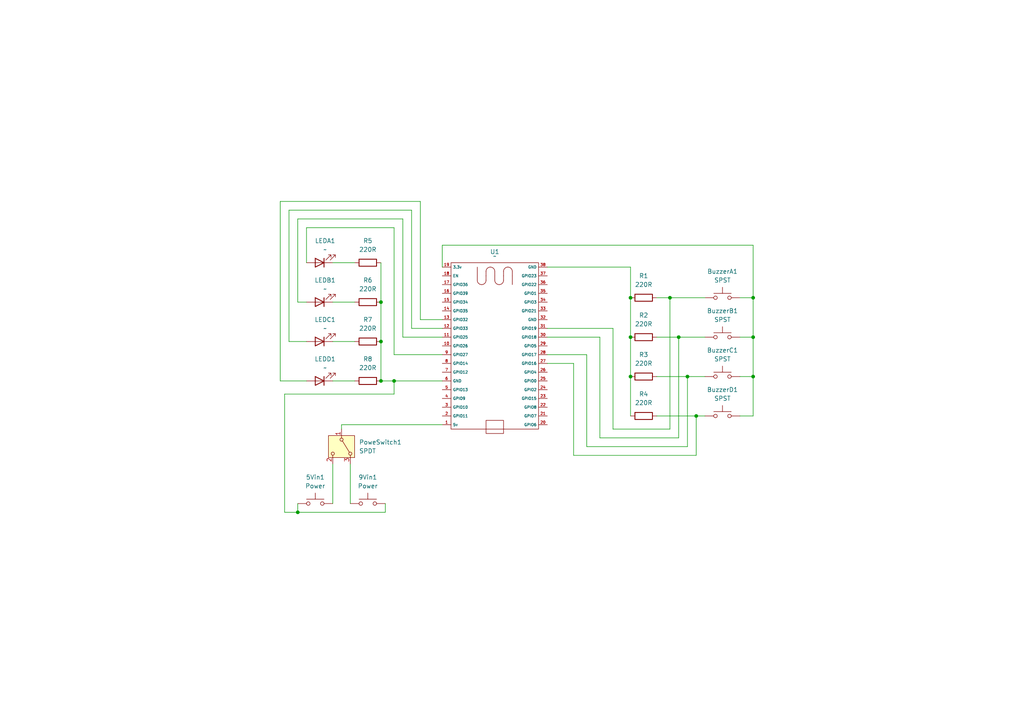
<source format=kicad_sch>
(kicad_sch
	(version 20250114)
	(generator "eeschema")
	(generator_version "9.0")
	(uuid "391ad297-6e82-449e-bdda-fa06d933fec8")
	(paper "A4")
	(lib_symbols
		(symbol "Device:LED"
			(pin_numbers
				(hide yes)
			)
			(pin_names
				(offset 1.016)
				(hide yes)
			)
			(exclude_from_sim no)
			(in_bom yes)
			(on_board yes)
			(property "Reference" "D"
				(at 0 2.54 0)
				(effects
					(font
						(size 1.27 1.27)
					)
				)
			)
			(property "Value" "LED"
				(at 0 -2.54 0)
				(effects
					(font
						(size 1.27 1.27)
					)
				)
			)
			(property "Footprint" ""
				(at 0 0 0)
				(effects
					(font
						(size 1.27 1.27)
					)
					(hide yes)
				)
			)
			(property "Datasheet" "~"
				(at 0 0 0)
				(effects
					(font
						(size 1.27 1.27)
					)
					(hide yes)
				)
			)
			(property "Description" "Light emitting diode"
				(at 0 0 0)
				(effects
					(font
						(size 1.27 1.27)
					)
					(hide yes)
				)
			)
			(property "Sim.Pins" "1=K 2=A"
				(at 0 0 0)
				(effects
					(font
						(size 1.27 1.27)
					)
					(hide yes)
				)
			)
			(property "ki_keywords" "LED diode"
				(at 0 0 0)
				(effects
					(font
						(size 1.27 1.27)
					)
					(hide yes)
				)
			)
			(property "ki_fp_filters" "LED* LED_SMD:* LED_THT:*"
				(at 0 0 0)
				(effects
					(font
						(size 1.27 1.27)
					)
					(hide yes)
				)
			)
			(symbol "LED_0_1"
				(polyline
					(pts
						(xy -3.048 -0.762) (xy -4.572 -2.286) (xy -3.81 -2.286) (xy -4.572 -2.286) (xy -4.572 -1.524)
					)
					(stroke
						(width 0)
						(type default)
					)
					(fill
						(type none)
					)
				)
				(polyline
					(pts
						(xy -1.778 -0.762) (xy -3.302 -2.286) (xy -2.54 -2.286) (xy -3.302 -2.286) (xy -3.302 -1.524)
					)
					(stroke
						(width 0)
						(type default)
					)
					(fill
						(type none)
					)
				)
				(polyline
					(pts
						(xy -1.27 0) (xy 1.27 0)
					)
					(stroke
						(width 0)
						(type default)
					)
					(fill
						(type none)
					)
				)
				(polyline
					(pts
						(xy -1.27 -1.27) (xy -1.27 1.27)
					)
					(stroke
						(width 0.254)
						(type default)
					)
					(fill
						(type none)
					)
				)
				(polyline
					(pts
						(xy 1.27 -1.27) (xy 1.27 1.27) (xy -1.27 0) (xy 1.27 -1.27)
					)
					(stroke
						(width 0.254)
						(type default)
					)
					(fill
						(type none)
					)
				)
			)
			(symbol "LED_1_1"
				(pin passive line
					(at -3.81 0 0)
					(length 2.54)
					(name "K"
						(effects
							(font
								(size 1.27 1.27)
							)
						)
					)
					(number "1"
						(effects
							(font
								(size 1.27 1.27)
							)
						)
					)
				)
				(pin passive line
					(at 3.81 0 180)
					(length 2.54)
					(name "A"
						(effects
							(font
								(size 1.27 1.27)
							)
						)
					)
					(number "2"
						(effects
							(font
								(size 1.27 1.27)
							)
						)
					)
				)
			)
			(embedded_fonts no)
		)
		(symbol "Device:R"
			(pin_numbers
				(hide yes)
			)
			(pin_names
				(offset 0)
			)
			(exclude_from_sim no)
			(in_bom yes)
			(on_board yes)
			(property "Reference" "R"
				(at 2.032 0 90)
				(effects
					(font
						(size 1.27 1.27)
					)
				)
			)
			(property "Value" "R"
				(at 0 0 90)
				(effects
					(font
						(size 1.27 1.27)
					)
				)
			)
			(property "Footprint" ""
				(at -1.778 0 90)
				(effects
					(font
						(size 1.27 1.27)
					)
					(hide yes)
				)
			)
			(property "Datasheet" "~"
				(at 0 0 0)
				(effects
					(font
						(size 1.27 1.27)
					)
					(hide yes)
				)
			)
			(property "Description" "Resistor"
				(at 0 0 0)
				(effects
					(font
						(size 1.27 1.27)
					)
					(hide yes)
				)
			)
			(property "ki_keywords" "R res resistor"
				(at 0 0 0)
				(effects
					(font
						(size 1.27 1.27)
					)
					(hide yes)
				)
			)
			(property "ki_fp_filters" "R_*"
				(at 0 0 0)
				(effects
					(font
						(size 1.27 1.27)
					)
					(hide yes)
				)
			)
			(symbol "R_0_1"
				(rectangle
					(start -1.016 -2.54)
					(end 1.016 2.54)
					(stroke
						(width 0.254)
						(type default)
					)
					(fill
						(type none)
					)
				)
			)
			(symbol "R_1_1"
				(pin passive line
					(at 0 3.81 270)
					(length 1.27)
					(name "~"
						(effects
							(font
								(size 1.27 1.27)
							)
						)
					)
					(number "1"
						(effects
							(font
								(size 1.27 1.27)
							)
						)
					)
				)
				(pin passive line
					(at 0 -3.81 90)
					(length 1.27)
					(name "~"
						(effects
							(font
								(size 1.27 1.27)
							)
						)
					)
					(number "2"
						(effects
							(font
								(size 1.27 1.27)
							)
						)
					)
				)
			)
			(embedded_fonts no)
		)
		(symbol "ESP32:ESP32_38Pin"
			(exclude_from_sim no)
			(in_bom yes)
			(on_board yes)
			(property "Reference" "U"
				(at 0.635 0.635 90)
				(effects
					(font
						(size 1.27 1.27)
					)
				)
			)
			(property "Value" ""
				(at 0 0 0)
				(effects
					(font
						(size 1.27 1.27)
					)
				)
			)
			(property "Footprint" "ESP32_38pin"
				(at -1.905 0.635 90)
				(effects
					(font
						(size 1.27 1.27)
					)
					(hide yes)
				)
			)
			(property "Datasheet" ""
				(at 0 0 0)
				(effects
					(font
						(size 1.27 1.27)
					)
					(hide yes)
				)
			)
			(property "Description" ""
				(at 0 0 0)
				(effects
					(font
						(size 1.27 1.27)
					)
					(hide yes)
				)
			)
			(symbol "ESP32_38Pin_0_1"
				(polyline
					(pts
						(xy -4.4475 19.6825) (xy -4.4475 20.9525)
					)
					(stroke
						(width 0)
						(type default)
					)
					(fill
						(type none)
					)
				)
				(polyline
					(pts
						(xy -4.445 20.955) (xy -4.445 23.495)
					)
					(stroke
						(width 0)
						(type default)
					)
					(fill
						(type none)
					)
				)
				(arc
					(start -1.9 19.675)
					(mid -2.2742 18.7792)
					(end -3.17 18.405)
					(stroke
						(width 0)
						(type default)
					)
					(fill
						(type none)
					)
				)
				(arc
					(start -3.1775 18.4125)
					(mid -4.0748 18.7852)
					(end -4.4475 19.6825)
					(stroke
						(width 0)
						(type default)
					)
					(fill
						(type none)
					)
				)
				(polyline
					(pts
						(xy -1.9075 19.6825) (xy -1.9075 20.9525)
					)
					(stroke
						(width 0)
						(type default)
					)
					(fill
						(type none)
					)
				)
				(polyline
					(pts
						(xy -1.905 22.225) (xy -1.905 20.955)
					)
					(stroke
						(width 0)
						(type default)
					)
					(fill
						(type none)
					)
				)
				(arc
					(start -0.635 23.495)
					(mid 0.2623 23.1223)
					(end 0.635 22.225)
					(stroke
						(width 0)
						(type default)
					)
					(fill
						(type none)
					)
				)
				(arc
					(start -1.9125 22.2325)
					(mid -1.5383 23.1283)
					(end -0.6425 23.5025)
					(stroke
						(width 0)
						(type default)
					)
					(fill
						(type none)
					)
				)
				(polyline
					(pts
						(xy 0.6325 19.6825) (xy 0.6325 20.9525)
					)
					(stroke
						(width 0)
						(type default)
					)
					(fill
						(type none)
					)
				)
				(polyline
					(pts
						(xy 0.635 22.225) (xy 0.635 20.955)
					)
					(stroke
						(width 0)
						(type default)
					)
					(fill
						(type none)
					)
				)
				(arc
					(start 3.18 19.675)
					(mid 2.8058 18.7792)
					(end 1.91 18.405)
					(stroke
						(width 0)
						(type default)
					)
					(fill
						(type none)
					)
				)
				(arc
					(start 1.9025 18.4125)
					(mid 1.0052 18.7852)
					(end 0.6325 19.6825)
					(stroke
						(width 0)
						(type default)
					)
					(fill
						(type none)
					)
				)
				(polyline
					(pts
						(xy 3.1725 19.6825) (xy 3.1725 20.9525)
					)
					(stroke
						(width 0)
						(type default)
					)
					(fill
						(type none)
					)
				)
				(polyline
					(pts
						(xy 3.175 22.225) (xy 3.175 20.955)
					)
					(stroke
						(width 0)
						(type default)
					)
					(fill
						(type none)
					)
				)
				(rectangle
					(start 3.175 -20.955)
					(end -1.905 -24.765)
					(stroke
						(width 0)
						(type default)
					)
					(fill
						(type none)
					)
				)
				(arc
					(start 4.445 23.495)
					(mid 5.3423 23.1223)
					(end 5.715 22.225)
					(stroke
						(width 0)
						(type default)
					)
					(fill
						(type none)
					)
				)
				(arc
					(start 3.1675 22.2325)
					(mid 3.5417 23.1283)
					(end 4.4375 23.5025)
					(stroke
						(width 0)
						(type default)
					)
					(fill
						(type none)
					)
				)
				(polyline
					(pts
						(xy 5.715 22.225) (xy 5.715 20.955)
					)
					(stroke
						(width 0)
						(type default)
					)
					(fill
						(type none)
					)
				)
				(polyline
					(pts
						(xy 5.715 20.955) (xy 5.715 18.415)
					)
					(stroke
						(width 0)
						(type default)
					)
					(fill
						(type none)
					)
				)
				(rectangle
					(start 13.335 24.765)
					(end -12.065 -23.495)
					(stroke
						(width 0)
						(type default)
					)
					(fill
						(type none)
					)
				)
			)
			(symbol "ESP32_38Pin_1_1"
				(pin output line
					(at -14.605 23.495 0)
					(length 2.54)
					(name "3.3v"
						(effects
							(font
								(size 0.7874 0.7874)
							)
						)
					)
					(number "19"
						(effects
							(font
								(size 0.7874 0.7874)
							)
						)
					)
				)
				(pin bidirectional line
					(at -14.605 20.955 0)
					(length 2.54)
					(name "EN"
						(effects
							(font
								(size 0.7874 0.7874)
							)
						)
					)
					(number "18"
						(effects
							(font
								(size 0.7874 0.7874)
							)
						)
					)
				)
				(pin bidirectional line
					(at -14.605 18.415 0)
					(length 2.54)
					(name "GPIO36"
						(effects
							(font
								(size 0.7874 0.7874)
							)
						)
					)
					(number "17"
						(effects
							(font
								(size 0.7874 0.7874)
							)
						)
					)
				)
				(pin bidirectional line
					(at -14.605 15.875 0)
					(length 2.54)
					(name "GPIO39"
						(effects
							(font
								(size 0.7874 0.7874)
							)
						)
					)
					(number "16"
						(effects
							(font
								(size 0.7874 0.7874)
							)
						)
					)
				)
				(pin bidirectional line
					(at -14.605 13.335 0)
					(length 2.54)
					(name "GPIO34"
						(effects
							(font
								(size 0.7874 0.7874)
							)
						)
					)
					(number "15"
						(effects
							(font
								(size 0.7874 0.7874)
							)
						)
					)
				)
				(pin bidirectional line
					(at -14.605 10.795 0)
					(length 2.54)
					(name "GPIO35"
						(effects
							(font
								(size 0.7874 0.7874)
							)
						)
					)
					(number "14"
						(effects
							(font
								(size 0.7874 0.7874)
							)
						)
					)
				)
				(pin bidirectional line
					(at -14.605 8.255 0)
					(length 2.54)
					(name "GPIO32"
						(effects
							(font
								(size 0.7874 0.7874)
							)
						)
					)
					(number "13"
						(effects
							(font
								(size 0.7874 0.7874)
							)
						)
					)
				)
				(pin bidirectional line
					(at -14.605 5.715 0)
					(length 2.54)
					(name "GPIO33"
						(effects
							(font
								(size 0.7874 0.7874)
							)
						)
					)
					(number "12"
						(effects
							(font
								(size 0.7874 0.7874)
							)
						)
					)
				)
				(pin bidirectional line
					(at -14.605 3.175 0)
					(length 2.54)
					(name "GPIO25"
						(effects
							(font
								(size 0.7874 0.7874)
							)
						)
					)
					(number "11"
						(effects
							(font
								(size 0.7874 0.7874)
							)
						)
					)
				)
				(pin bidirectional line
					(at -14.605 0.635 0)
					(length 2.54)
					(name "GPIO26"
						(effects
							(font
								(size 0.7874 0.7874)
							)
						)
					)
					(number "10"
						(effects
							(font
								(size 0.7874 0.7874)
							)
						)
					)
				)
				(pin bidirectional line
					(at -14.605 -1.905 0)
					(length 2.54)
					(name "GPIO27"
						(effects
							(font
								(size 0.7874 0.7874)
							)
						)
					)
					(number "9"
						(effects
							(font
								(size 0.7874 0.7874)
							)
						)
					)
				)
				(pin bidirectional line
					(at -14.605 -4.445 0)
					(length 2.54)
					(name "GPIO14"
						(effects
							(font
								(size 0.7874 0.7874)
							)
						)
					)
					(number "8"
						(effects
							(font
								(size 0.7874 0.7874)
							)
						)
					)
				)
				(pin bidirectional line
					(at -14.605 -6.985 0)
					(length 2.54)
					(name "GPIO12"
						(effects
							(font
								(size 0.7874 0.7874)
							)
						)
					)
					(number "7"
						(effects
							(font
								(size 0.7874 0.7874)
							)
						)
					)
				)
				(pin power_in line
					(at -14.605 -9.525 0)
					(length 2.54)
					(name "GND"
						(effects
							(font
								(size 0.7874 0.7874)
							)
						)
					)
					(number "6"
						(effects
							(font
								(size 0.7874 0.7874)
							)
						)
					)
				)
				(pin bidirectional line
					(at -14.605 -12.065 0)
					(length 2.54)
					(name "GPIO13"
						(effects
							(font
								(size 0.7874 0.7874)
							)
						)
					)
					(number "5"
						(effects
							(font
								(size 0.7874 0.7874)
							)
						)
					)
				)
				(pin bidirectional line
					(at -14.605 -14.605 0)
					(length 2.54)
					(name "GPIO9"
						(effects
							(font
								(size 0.7874 0.7874)
							)
						)
					)
					(number "4"
						(effects
							(font
								(size 0.7874 0.7874)
							)
						)
					)
				)
				(pin bidirectional line
					(at -14.605 -17.145 0)
					(length 2.54)
					(name "GPIO10"
						(effects
							(font
								(size 0.7874 0.7874)
							)
						)
					)
					(number "3"
						(effects
							(font
								(size 0.7874 0.7874)
							)
						)
					)
				)
				(pin bidirectional line
					(at -14.605 -19.685 0)
					(length 2.54)
					(name "GPIO11"
						(effects
							(font
								(size 0.7874 0.7874)
							)
						)
					)
					(number "2"
						(effects
							(font
								(size 0.7874 0.7874)
							)
						)
					)
				)
				(pin power_out line
					(at -14.605 -22.225 0)
					(length 2.54)
					(name "5v"
						(effects
							(font
								(size 0.7874 0.7874)
							)
						)
					)
					(number "1"
						(effects
							(font
								(size 0.7874 0.7874)
							)
						)
					)
				)
				(pin power_in line
					(at 15.875 23.495 180)
					(length 2.54)
					(name "GND"
						(effects
							(font
								(size 0.7874 0.7874)
							)
						)
					)
					(number "38"
						(effects
							(font
								(size 0.7874 0.7874)
							)
						)
					)
				)
				(pin bidirectional line
					(at 15.875 20.955 180)
					(length 2.54)
					(name "GPIO23"
						(effects
							(font
								(size 0.7874 0.7874)
							)
						)
					)
					(number "37"
						(effects
							(font
								(size 0.7874 0.7874)
							)
						)
					)
				)
				(pin bidirectional line
					(at 15.875 18.415 180)
					(length 2.54)
					(name "GPIO22"
						(effects
							(font
								(size 0.7874 0.7874)
							)
						)
					)
					(number "36"
						(effects
							(font
								(size 0.7874 0.7874)
							)
						)
					)
				)
				(pin bidirectional line
					(at 15.875 15.875 180)
					(length 2.54)
					(name "GPIO1"
						(effects
							(font
								(size 0.7874 0.7874)
							)
						)
					)
					(number "35"
						(effects
							(font
								(size 0.7874 0.7874)
							)
						)
					)
				)
				(pin bidirectional line
					(at 15.875 13.335 180)
					(length 2.54)
					(name "GPIO3"
						(effects
							(font
								(size 0.7874 0.7874)
							)
						)
					)
					(number "34"
						(effects
							(font
								(size 0.7874 0.7874)
							)
						)
					)
				)
				(pin bidirectional line
					(at 15.875 10.795 180)
					(length 2.54)
					(name "GPIO21"
						(effects
							(font
								(size 0.7874 0.7874)
							)
						)
					)
					(number "33"
						(effects
							(font
								(size 0.7874 0.7874)
							)
						)
					)
				)
				(pin power_in line
					(at 15.875 8.255 180)
					(length 2.54)
					(name "GND"
						(effects
							(font
								(size 0.7874 0.7874)
							)
						)
					)
					(number "32"
						(effects
							(font
								(size 0.7874 0.7874)
							)
						)
					)
				)
				(pin bidirectional line
					(at 15.875 5.715 180)
					(length 2.54)
					(name "GPIO19"
						(effects
							(font
								(size 0.7874 0.7874)
							)
						)
					)
					(number "31"
						(effects
							(font
								(size 0.7874 0.7874)
							)
						)
					)
				)
				(pin bidirectional line
					(at 15.875 3.175 180)
					(length 2.54)
					(name "GPIO18"
						(effects
							(font
								(size 0.7874 0.7874)
							)
						)
					)
					(number "30"
						(effects
							(font
								(size 0.7874 0.7874)
							)
						)
					)
				)
				(pin bidirectional line
					(at 15.875 0.635 180)
					(length 2.54)
					(name "GPIO5"
						(effects
							(font
								(size 0.7874 0.7874)
							)
						)
					)
					(number "29"
						(effects
							(font
								(size 0.7874 0.7874)
							)
						)
					)
				)
				(pin bidirectional line
					(at 15.875 -1.905 180)
					(length 2.54)
					(name "GPIO17"
						(effects
							(font
								(size 0.7874 0.7874)
							)
						)
					)
					(number "28"
						(effects
							(font
								(size 0.7874 0.7874)
							)
						)
					)
				)
				(pin bidirectional line
					(at 15.875 -4.445 180)
					(length 2.54)
					(name "GPIO16"
						(effects
							(font
								(size 0.7874 0.7874)
							)
						)
					)
					(number "27"
						(effects
							(font
								(size 0.7874 0.7874)
							)
						)
					)
				)
				(pin bidirectional line
					(at 15.875 -6.985 180)
					(length 2.54)
					(name "GPIO4"
						(effects
							(font
								(size 0.7874 0.7874)
							)
						)
					)
					(number "26"
						(effects
							(font
								(size 0.7874 0.7874)
							)
						)
					)
				)
				(pin bidirectional line
					(at 15.875 -9.525 180)
					(length 2.54)
					(name "GPIO0"
						(effects
							(font
								(size 0.7874 0.7874)
							)
						)
					)
					(number "25"
						(effects
							(font
								(size 0.7874 0.7874)
							)
						)
					)
				)
				(pin bidirectional line
					(at 15.875 -12.065 180)
					(length 2.54)
					(name "GPIO2"
						(effects
							(font
								(size 0.7874 0.7874)
							)
						)
					)
					(number "24"
						(effects
							(font
								(size 0.7874 0.7874)
							)
						)
					)
				)
				(pin bidirectional line
					(at 15.875 -14.605 180)
					(length 2.54)
					(name "GPIO15"
						(effects
							(font
								(size 0.7874 0.7874)
							)
						)
					)
					(number "23"
						(effects
							(font
								(size 0.7874 0.7874)
							)
						)
					)
				)
				(pin bidirectional line
					(at 15.875 -17.145 180)
					(length 2.54)
					(name "GPIO8"
						(effects
							(font
								(size 0.7874 0.7874)
							)
						)
					)
					(number "22"
						(effects
							(font
								(size 0.7874 0.7874)
							)
						)
					)
				)
				(pin bidirectional line
					(at 15.875 -19.685 180)
					(length 2.54)
					(name "GPIO7"
						(effects
							(font
								(size 0.7874 0.7874)
							)
						)
					)
					(number "21"
						(effects
							(font
								(size 0.7874 0.7874)
							)
						)
					)
				)
				(pin bidirectional line
					(at 15.875 -22.225 180)
					(length 2.54)
					(name "GPIO6"
						(effects
							(font
								(size 0.7874 0.7874)
							)
						)
					)
					(number "20"
						(effects
							(font
								(size 0.7874 0.7874)
							)
						)
					)
				)
			)
			(embedded_fonts no)
		)
		(symbol "Switch:SW_Push"
			(pin_numbers
				(hide yes)
			)
			(pin_names
				(offset 1.016)
				(hide yes)
			)
			(exclude_from_sim no)
			(in_bom yes)
			(on_board yes)
			(property "Reference" "SW"
				(at 1.27 2.54 0)
				(effects
					(font
						(size 1.27 1.27)
					)
					(justify left)
				)
			)
			(property "Value" "SW_Push"
				(at 0 -1.524 0)
				(effects
					(font
						(size 1.27 1.27)
					)
				)
			)
			(property "Footprint" ""
				(at 0 5.08 0)
				(effects
					(font
						(size 1.27 1.27)
					)
					(hide yes)
				)
			)
			(property "Datasheet" "~"
				(at 0 5.08 0)
				(effects
					(font
						(size 1.27 1.27)
					)
					(hide yes)
				)
			)
			(property "Description" "Push button switch, generic, two pins"
				(at 0 0 0)
				(effects
					(font
						(size 1.27 1.27)
					)
					(hide yes)
				)
			)
			(property "ki_keywords" "switch normally-open pushbutton push-button"
				(at 0 0 0)
				(effects
					(font
						(size 1.27 1.27)
					)
					(hide yes)
				)
			)
			(symbol "SW_Push_0_1"
				(circle
					(center -2.032 0)
					(radius 0.508)
					(stroke
						(width 0)
						(type default)
					)
					(fill
						(type none)
					)
				)
				(polyline
					(pts
						(xy 0 1.27) (xy 0 3.048)
					)
					(stroke
						(width 0)
						(type default)
					)
					(fill
						(type none)
					)
				)
				(circle
					(center 2.032 0)
					(radius 0.508)
					(stroke
						(width 0)
						(type default)
					)
					(fill
						(type none)
					)
				)
				(polyline
					(pts
						(xy 2.54 1.27) (xy -2.54 1.27)
					)
					(stroke
						(width 0)
						(type default)
					)
					(fill
						(type none)
					)
				)
				(pin passive line
					(at -5.08 0 0)
					(length 2.54)
					(name "1"
						(effects
							(font
								(size 1.27 1.27)
							)
						)
					)
					(number "1"
						(effects
							(font
								(size 1.27 1.27)
							)
						)
					)
				)
				(pin passive line
					(at 5.08 0 180)
					(length 2.54)
					(name "2"
						(effects
							(font
								(size 1.27 1.27)
							)
						)
					)
					(number "2"
						(effects
							(font
								(size 1.27 1.27)
							)
						)
					)
				)
			)
			(embedded_fonts no)
		)
		(symbol "Switch:SW_SPDT_312"
			(pin_names
				(offset 1)
				(hide yes)
			)
			(exclude_from_sim no)
			(in_bom yes)
			(on_board yes)
			(property "Reference" "SW"
				(at 0 5.08 0)
				(effects
					(font
						(size 1.27 1.27)
					)
				)
			)
			(property "Value" "SW_SPDT_312"
				(at 0 -5.08 0)
				(effects
					(font
						(size 1.27 1.27)
					)
				)
			)
			(property "Footprint" ""
				(at 0 -10.16 0)
				(effects
					(font
						(size 1.27 1.27)
					)
					(hide yes)
				)
			)
			(property "Datasheet" "~"
				(at 0 -7.62 0)
				(effects
					(font
						(size 1.27 1.27)
					)
					(hide yes)
				)
			)
			(property "Description" "Switch, single pole double throw"
				(at 0 0 0)
				(effects
					(font
						(size 1.27 1.27)
					)
					(hide yes)
				)
			)
			(property "ki_keywords" "changeover single-pole double-throw spdt ON-ON"
				(at 0 0 0)
				(effects
					(font
						(size 1.27 1.27)
					)
					(hide yes)
				)
			)
			(symbol "SW_SPDT_312_0_1"
				(circle
					(center -2.032 0)
					(radius 0.4572)
					(stroke
						(width 0)
						(type default)
					)
					(fill
						(type none)
					)
				)
				(polyline
					(pts
						(xy -1.651 0.254) (xy 1.651 2.286)
					)
					(stroke
						(width 0)
						(type default)
					)
					(fill
						(type none)
					)
				)
				(circle
					(center 2.032 2.54)
					(radius 0.4572)
					(stroke
						(width 0)
						(type default)
					)
					(fill
						(type none)
					)
				)
				(circle
					(center 2.032 -2.54)
					(radius 0.4572)
					(stroke
						(width 0)
						(type default)
					)
					(fill
						(type none)
					)
				)
			)
			(symbol "SW_SPDT_312_1_1"
				(rectangle
					(start -3.175 3.81)
					(end 3.175 -3.81)
					(stroke
						(width 0)
						(type default)
					)
					(fill
						(type background)
					)
				)
				(pin passive line
					(at -5.08 0 0)
					(length 2.54)
					(name "B"
						(effects
							(font
								(size 1.27 1.27)
							)
						)
					)
					(number "1"
						(effects
							(font
								(size 1.27 1.27)
							)
						)
					)
				)
				(pin passive line
					(at 5.08 2.54 180)
					(length 2.54)
					(name "A"
						(effects
							(font
								(size 1.27 1.27)
							)
						)
					)
					(number "3"
						(effects
							(font
								(size 1.27 1.27)
							)
						)
					)
				)
				(pin passive line
					(at 5.08 -2.54 180)
					(length 2.54)
					(name "C"
						(effects
							(font
								(size 1.27 1.27)
							)
						)
					)
					(number "2"
						(effects
							(font
								(size 1.27 1.27)
							)
						)
					)
				)
			)
			(embedded_fonts no)
		)
	)
	(junction
		(at 182.88 109.22)
		(diameter 0)
		(color 0 0 0 0)
		(uuid "02feccbe-be23-4c10-a7f2-238aadc5ed10")
	)
	(junction
		(at 110.49 87.63)
		(diameter 0)
		(color 0 0 0 0)
		(uuid "11727986-9e61-4ab5-9ec4-c20cbdae1ee9")
	)
	(junction
		(at 218.44 86.36)
		(diameter 0)
		(color 0 0 0 0)
		(uuid "1a276475-d57d-4b8b-899c-9a6bdeb7a563")
	)
	(junction
		(at 201.93 120.65)
		(diameter 0)
		(color 0 0 0 0)
		(uuid "303e5b89-dc3b-4e12-bac3-e3c65d8d8946")
	)
	(junction
		(at 199.39 109.22)
		(diameter 0)
		(color 0 0 0 0)
		(uuid "32625440-1197-4204-8840-f845df3a7e33")
	)
	(junction
		(at 218.44 97.79)
		(diameter 0)
		(color 0 0 0 0)
		(uuid "411e8d0e-079b-43d8-9fa9-47a767bcb0fa")
	)
	(junction
		(at 110.49 110.49)
		(diameter 0)
		(color 0 0 0 0)
		(uuid "53a6dd69-fb62-430a-aee6-8e9366f730ca")
	)
	(junction
		(at 86.36 148.59)
		(diameter 0)
		(color 0 0 0 0)
		(uuid "5bf3c758-81b9-4e5f-b59f-284d06bce013")
	)
	(junction
		(at 114.3 110.49)
		(diameter 0)
		(color 0 0 0 0)
		(uuid "7b5899fa-de62-42ef-b15c-0b9ad947a9dd")
	)
	(junction
		(at 194.31 86.36)
		(diameter 0)
		(color 0 0 0 0)
		(uuid "96c332db-6d5c-4f7d-8da9-69cb425d95e9")
	)
	(junction
		(at 218.44 109.22)
		(diameter 0)
		(color 0 0 0 0)
		(uuid "9e35f8f0-9941-4878-8648-fe0fce1b30e3")
	)
	(junction
		(at 182.88 97.79)
		(diameter 0)
		(color 0 0 0 0)
		(uuid "c12f6d8c-886c-4479-a8da-10f9cd06f2de")
	)
	(junction
		(at 110.49 99.06)
		(diameter 0)
		(color 0 0 0 0)
		(uuid "d4f6396e-bfd2-4823-9092-5014d44c5983")
	)
	(junction
		(at 196.85 97.79)
		(diameter 0)
		(color 0 0 0 0)
		(uuid "dc58cd0a-2776-4ac6-9390-fb9a5feb2ee0")
	)
	(junction
		(at 182.88 86.36)
		(diameter 0)
		(color 0 0 0 0)
		(uuid "e00c53da-3732-443b-a7d6-0a8bab38a127")
	)
	(wire
		(pts
			(xy 199.39 109.22) (xy 199.39 129.54)
		)
		(stroke
			(width 0)
			(type default)
		)
		(uuid "02427e41-1fa4-4477-b599-e74ebafaa13a")
	)
	(wire
		(pts
			(xy 119.38 95.25) (xy 119.38 60.96)
		)
		(stroke
			(width 0)
			(type default)
		)
		(uuid "0fc44b0e-d4dc-4315-ab6c-2ef059428f12")
	)
	(wire
		(pts
			(xy 177.8 124.46) (xy 177.8 95.25)
		)
		(stroke
			(width 0)
			(type default)
		)
		(uuid "17eef484-83a6-4d1d-8638-663570a4a9b3")
	)
	(wire
		(pts
			(xy 88.9 76.2) (xy 88.9 66.04)
		)
		(stroke
			(width 0)
			(type default)
		)
		(uuid "1b1d1fc2-54a6-4c1f-919b-169c0318daed")
	)
	(wire
		(pts
			(xy 111.76 146.05) (xy 111.76 148.59)
		)
		(stroke
			(width 0)
			(type default)
		)
		(uuid "1e5c2e41-2cbd-485c-9351-e2a8c52ce768")
	)
	(wire
		(pts
			(xy 182.88 77.47) (xy 182.88 86.36)
		)
		(stroke
			(width 0)
			(type default)
		)
		(uuid "1f9c47a7-5ed1-4127-acf2-8096c086cbb7")
	)
	(wire
		(pts
			(xy 128.27 97.79) (xy 116.84 97.79)
		)
		(stroke
			(width 0)
			(type default)
		)
		(uuid "25646e6d-f499-48b2-854c-9ac6f7383eb2")
	)
	(wire
		(pts
			(xy 82.55 114.3) (xy 114.3 114.3)
		)
		(stroke
			(width 0)
			(type default)
		)
		(uuid "2a4e164e-2b2f-4f98-8dfb-4d47593cc817")
	)
	(wire
		(pts
			(xy 166.37 105.41) (xy 158.75 105.41)
		)
		(stroke
			(width 0)
			(type default)
		)
		(uuid "2d3f29af-b45a-41a3-afa2-b14263ed5d47")
	)
	(wire
		(pts
			(xy 83.82 99.06) (xy 88.9 99.06)
		)
		(stroke
			(width 0)
			(type default)
		)
		(uuid "32393b67-64a7-406c-9985-f040cb6a7a0c")
	)
	(wire
		(pts
			(xy 116.84 97.79) (xy 116.84 63.5)
		)
		(stroke
			(width 0)
			(type default)
		)
		(uuid "33257aba-5402-4402-a6a1-8212f3f1bab1")
	)
	(wire
		(pts
			(xy 177.8 95.25) (xy 158.75 95.25)
		)
		(stroke
			(width 0)
			(type default)
		)
		(uuid "34a8b8dd-0a1c-448a-b152-c5536e7bd72a")
	)
	(wire
		(pts
			(xy 114.3 102.87) (xy 128.27 102.87)
		)
		(stroke
			(width 0)
			(type default)
		)
		(uuid "35edd340-b611-433f-b7da-816701df059a")
	)
	(wire
		(pts
			(xy 201.93 120.65) (xy 204.47 120.65)
		)
		(stroke
			(width 0)
			(type default)
		)
		(uuid "387b1419-2ebe-479d-ac76-bd92c74aa2ce")
	)
	(wire
		(pts
			(xy 101.6 134.62) (xy 101.6 146.05)
		)
		(stroke
			(width 0)
			(type default)
		)
		(uuid "3993605b-dc24-438b-88ca-1506660ab082")
	)
	(wire
		(pts
			(xy 114.3 66.04) (xy 114.3 102.87)
		)
		(stroke
			(width 0)
			(type default)
		)
		(uuid "408c1dac-b12c-4429-8fec-34643476fe00")
	)
	(wire
		(pts
			(xy 218.44 71.12) (xy 218.44 86.36)
		)
		(stroke
			(width 0)
			(type default)
		)
		(uuid "421fb9ac-bf1c-447c-81fc-523812b85c85")
	)
	(wire
		(pts
			(xy 196.85 97.79) (xy 204.47 97.79)
		)
		(stroke
			(width 0)
			(type default)
		)
		(uuid "476489e8-ec43-481b-ba5d-8ddfafd2f3e4")
	)
	(wire
		(pts
			(xy 110.49 110.49) (xy 114.3 110.49)
		)
		(stroke
			(width 0)
			(type default)
		)
		(uuid "4b0c1557-9cd0-443e-b5e6-d55cc787ad57")
	)
	(wire
		(pts
			(xy 96.52 134.62) (xy 96.52 146.05)
		)
		(stroke
			(width 0)
			(type default)
		)
		(uuid "4f08b8a7-4131-4343-a92a-da2738223b23")
	)
	(wire
		(pts
			(xy 110.49 99.06) (xy 110.49 110.49)
		)
		(stroke
			(width 0)
			(type default)
		)
		(uuid "515f976e-86b9-44ac-8d69-3c53e33e4b78")
	)
	(wire
		(pts
			(xy 170.18 129.54) (xy 170.18 102.87)
		)
		(stroke
			(width 0)
			(type default)
		)
		(uuid "58a0b222-f233-4f29-9cb2-ab3b3a67d875")
	)
	(wire
		(pts
			(xy 201.93 120.65) (xy 201.93 132.08)
		)
		(stroke
			(width 0)
			(type default)
		)
		(uuid "5c3a7609-b18e-4922-a925-204ec056a374")
	)
	(wire
		(pts
			(xy 158.75 97.79) (xy 173.99 97.79)
		)
		(stroke
			(width 0)
			(type default)
		)
		(uuid "60c22a53-8d3e-42d5-9e74-5d9f914734e1")
	)
	(wire
		(pts
			(xy 86.36 146.05) (xy 86.36 148.59)
		)
		(stroke
			(width 0)
			(type default)
		)
		(uuid "632ca648-7976-431b-9e3d-34ac9a522723")
	)
	(wire
		(pts
			(xy 199.39 109.22) (xy 204.47 109.22)
		)
		(stroke
			(width 0)
			(type default)
		)
		(uuid "6666e025-aa4b-4fcf-b643-883dd9e7ce86")
	)
	(wire
		(pts
			(xy 114.3 110.49) (xy 128.27 110.49)
		)
		(stroke
			(width 0)
			(type default)
		)
		(uuid "6882ac02-a5fc-4b6e-a219-c20b748694c5")
	)
	(wire
		(pts
			(xy 128.27 95.25) (xy 119.38 95.25)
		)
		(stroke
			(width 0)
			(type default)
		)
		(uuid "6ae99d69-5ab3-4f3e-a446-95f9508a7afc")
	)
	(wire
		(pts
			(xy 190.5 120.65) (xy 201.93 120.65)
		)
		(stroke
			(width 0)
			(type default)
		)
		(uuid "6dd86c76-ea07-412d-953d-293134e4ea11")
	)
	(wire
		(pts
			(xy 190.5 97.79) (xy 196.85 97.79)
		)
		(stroke
			(width 0)
			(type default)
		)
		(uuid "70a426c3-f162-471a-a130-51571d0fb6e7")
	)
	(wire
		(pts
			(xy 218.44 86.36) (xy 214.63 86.36)
		)
		(stroke
			(width 0)
			(type default)
		)
		(uuid "72a3909a-ddff-405b-9c38-1e2cf485a55d")
	)
	(wire
		(pts
			(xy 121.92 58.42) (xy 81.28 58.42)
		)
		(stroke
			(width 0)
			(type default)
		)
		(uuid "74f8fcef-f1fc-4944-8747-925a598bd1e9")
	)
	(wire
		(pts
			(xy 190.5 109.22) (xy 199.39 109.22)
		)
		(stroke
			(width 0)
			(type default)
		)
		(uuid "78777b57-4593-4d03-951c-fff757a5efe6")
	)
	(wire
		(pts
			(xy 99.06 123.19) (xy 128.27 123.19)
		)
		(stroke
			(width 0)
			(type default)
		)
		(uuid "7afec9c1-e2b4-4ab0-bc7b-d369ba0ec6b7")
	)
	(wire
		(pts
			(xy 111.76 148.59) (xy 86.36 148.59)
		)
		(stroke
			(width 0)
			(type default)
		)
		(uuid "885236e0-8d7d-42c6-8157-92e273bfc381")
	)
	(wire
		(pts
			(xy 128.27 92.71) (xy 121.92 92.71)
		)
		(stroke
			(width 0)
			(type default)
		)
		(uuid "8a7bc1c1-1c71-469a-a5f4-b0c03a2ae3cd")
	)
	(wire
		(pts
			(xy 86.36 63.5) (xy 86.36 87.63)
		)
		(stroke
			(width 0)
			(type default)
		)
		(uuid "8d400b92-6b3b-4684-b22d-41bffd7f7f43")
	)
	(wire
		(pts
			(xy 110.49 76.2) (xy 110.49 87.63)
		)
		(stroke
			(width 0)
			(type default)
		)
		(uuid "927ec338-5934-471c-a1bb-19494c24e2d7")
	)
	(wire
		(pts
			(xy 196.85 127) (xy 196.85 97.79)
		)
		(stroke
			(width 0)
			(type default)
		)
		(uuid "953d5aa6-99a0-4141-bba7-941ac08c4973")
	)
	(wire
		(pts
			(xy 173.99 127) (xy 196.85 127)
		)
		(stroke
			(width 0)
			(type default)
		)
		(uuid "96384831-f4d0-45ac-ac5a-2a3943ac577b")
	)
	(wire
		(pts
			(xy 177.8 124.46) (xy 194.31 124.46)
		)
		(stroke
			(width 0)
			(type default)
		)
		(uuid "9db41a9b-1989-40bc-9528-d88425e2562b")
	)
	(wire
		(pts
			(xy 88.9 66.04) (xy 114.3 66.04)
		)
		(stroke
			(width 0)
			(type default)
		)
		(uuid "a4d87b32-ed9b-4d42-85b2-6fb0640ace89")
	)
	(wire
		(pts
			(xy 116.84 63.5) (xy 86.36 63.5)
		)
		(stroke
			(width 0)
			(type default)
		)
		(uuid "a8101499-efea-4037-a028-2d62d11bf2d0")
	)
	(wire
		(pts
			(xy 119.38 60.96) (xy 83.82 60.96)
		)
		(stroke
			(width 0)
			(type default)
		)
		(uuid "a9eee986-d4c0-44ca-b329-0fdb7dd1d5c3")
	)
	(wire
		(pts
			(xy 128.27 77.47) (xy 128.27 71.12)
		)
		(stroke
			(width 0)
			(type default)
		)
		(uuid "ad2a94b6-a369-4870-80d9-15c1a580be7d")
	)
	(wire
		(pts
			(xy 83.82 60.96) (xy 83.82 99.06)
		)
		(stroke
			(width 0)
			(type default)
		)
		(uuid "ae57834f-a306-4f04-8657-723e1fc64aef")
	)
	(wire
		(pts
			(xy 190.5 86.36) (xy 194.31 86.36)
		)
		(stroke
			(width 0)
			(type default)
		)
		(uuid "af397890-0f23-4675-a260-316b7848b9a0")
	)
	(wire
		(pts
			(xy 81.28 58.42) (xy 81.28 110.49)
		)
		(stroke
			(width 0)
			(type default)
		)
		(uuid "afa73895-f2d8-48fa-9a95-0741d5ce7de7")
	)
	(wire
		(pts
			(xy 173.99 97.79) (xy 173.99 127)
		)
		(stroke
			(width 0)
			(type default)
		)
		(uuid "b35d870d-94a8-4b4e-8529-6b1d9ff4f745")
	)
	(wire
		(pts
			(xy 182.88 97.79) (xy 182.88 109.22)
		)
		(stroke
			(width 0)
			(type default)
		)
		(uuid "b371e2b5-20ef-4e29-aad1-a4aa46da1f4e")
	)
	(wire
		(pts
			(xy 86.36 148.59) (xy 82.55 148.59)
		)
		(stroke
			(width 0)
			(type default)
		)
		(uuid "b87c8a8d-72ec-4e5b-ae49-5609f7f108df")
	)
	(wire
		(pts
			(xy 218.44 97.79) (xy 218.44 109.22)
		)
		(stroke
			(width 0)
			(type default)
		)
		(uuid "babb27ca-4bdb-419e-9846-30f68c95fa01")
	)
	(wire
		(pts
			(xy 96.52 99.06) (xy 102.87 99.06)
		)
		(stroke
			(width 0)
			(type default)
		)
		(uuid "bc6cfa5e-95f1-400b-9de5-108a0f32ba0a")
	)
	(wire
		(pts
			(xy 194.31 86.36) (xy 204.47 86.36)
		)
		(stroke
			(width 0)
			(type default)
		)
		(uuid "bc85eb2c-9b00-4722-8239-1e379e590e5d")
	)
	(wire
		(pts
			(xy 96.52 76.2) (xy 102.87 76.2)
		)
		(stroke
			(width 0)
			(type default)
		)
		(uuid "c3445c94-71c7-47f5-a238-be46ddcaa4f6")
	)
	(wire
		(pts
			(xy 201.93 132.08) (xy 166.37 132.08)
		)
		(stroke
			(width 0)
			(type default)
		)
		(uuid "c79ac847-d77e-41ad-804a-fe64a8d046d4")
	)
	(wire
		(pts
			(xy 121.92 92.71) (xy 121.92 58.42)
		)
		(stroke
			(width 0)
			(type default)
		)
		(uuid "c8104204-ee66-4504-8934-155d03cef6cc")
	)
	(wire
		(pts
			(xy 214.63 120.65) (xy 218.44 120.65)
		)
		(stroke
			(width 0)
			(type default)
		)
		(uuid "c999bfb4-1fa5-4efa-9165-0085c56104a1")
	)
	(wire
		(pts
			(xy 81.28 110.49) (xy 88.9 110.49)
		)
		(stroke
			(width 0)
			(type default)
		)
		(uuid "c9f8f4e9-dd7f-40fa-a5da-27f27efae974")
	)
	(wire
		(pts
			(xy 86.36 87.63) (xy 88.9 87.63)
		)
		(stroke
			(width 0)
			(type default)
		)
		(uuid "cc232245-09dd-4db0-9d04-4f6191a0b0fe")
	)
	(wire
		(pts
			(xy 96.52 110.49) (xy 102.87 110.49)
		)
		(stroke
			(width 0)
			(type default)
		)
		(uuid "cca5c8ba-68b9-4c48-935c-c53862f2edb9")
	)
	(wire
		(pts
			(xy 158.75 77.47) (xy 182.88 77.47)
		)
		(stroke
			(width 0)
			(type default)
		)
		(uuid "d33f3b4e-8e6e-4286-8a10-c573b5e23cda")
	)
	(wire
		(pts
			(xy 82.55 148.59) (xy 82.55 114.3)
		)
		(stroke
			(width 0)
			(type default)
		)
		(uuid "d7059e26-1214-4687-822a-5c427d5196e8")
	)
	(wire
		(pts
			(xy 214.63 109.22) (xy 218.44 109.22)
		)
		(stroke
			(width 0)
			(type default)
		)
		(uuid "d81b49e7-d708-4d74-bba9-be34edc028ec")
	)
	(wire
		(pts
			(xy 128.27 71.12) (xy 218.44 71.12)
		)
		(stroke
			(width 0)
			(type default)
		)
		(uuid "d98b4efa-e382-4d09-b810-9d120e5dabbb")
	)
	(wire
		(pts
			(xy 99.06 124.46) (xy 99.06 123.19)
		)
		(stroke
			(width 0)
			(type default)
		)
		(uuid "e1a15438-1da9-466d-bf5d-0922eab0bb49")
	)
	(wire
		(pts
			(xy 114.3 114.3) (xy 114.3 110.49)
		)
		(stroke
			(width 0)
			(type default)
		)
		(uuid "e1a76932-9ffd-49ca-9aee-53dfc3565259")
	)
	(wire
		(pts
			(xy 214.63 97.79) (xy 218.44 97.79)
		)
		(stroke
			(width 0)
			(type default)
		)
		(uuid "e495cf75-a44e-4c68-aaa2-b69c1f1c383d")
	)
	(wire
		(pts
			(xy 110.49 87.63) (xy 110.49 99.06)
		)
		(stroke
			(width 0)
			(type default)
		)
		(uuid "e51f1ead-ec7b-439d-98ca-ce537d90536a")
	)
	(wire
		(pts
			(xy 218.44 86.36) (xy 218.44 97.79)
		)
		(stroke
			(width 0)
			(type default)
		)
		(uuid "e6f93478-4863-4d52-a8cd-c87685d61507")
	)
	(wire
		(pts
			(xy 96.52 87.63) (xy 102.87 87.63)
		)
		(stroke
			(width 0)
			(type default)
		)
		(uuid "e91ed2aa-6ff5-43d6-956d-ec7533d1c022")
	)
	(wire
		(pts
			(xy 166.37 132.08) (xy 166.37 105.41)
		)
		(stroke
			(width 0)
			(type default)
		)
		(uuid "eaaa9766-d856-479b-b237-c2fecbc83175")
	)
	(wire
		(pts
			(xy 218.44 109.22) (xy 218.44 120.65)
		)
		(stroke
			(width 0)
			(type default)
		)
		(uuid "eb85cf32-6a50-4f68-ba4c-00901ff268b8")
	)
	(wire
		(pts
			(xy 170.18 129.54) (xy 199.39 129.54)
		)
		(stroke
			(width 0)
			(type default)
		)
		(uuid "ebb21394-564f-4b3a-8600-a47e660b777d")
	)
	(wire
		(pts
			(xy 182.88 109.22) (xy 182.88 120.65)
		)
		(stroke
			(width 0)
			(type default)
		)
		(uuid "ee39cbed-04a2-4dd9-b185-f02147f1552a")
	)
	(wire
		(pts
			(xy 194.31 86.36) (xy 194.31 124.46)
		)
		(stroke
			(width 0)
			(type default)
		)
		(uuid "ee64b8da-ea76-4acd-8ce3-1cb4976c1dab")
	)
	(wire
		(pts
			(xy 182.88 86.36) (xy 182.88 97.79)
		)
		(stroke
			(width 0)
			(type default)
		)
		(uuid "f41db1f6-1ae7-49ba-82c1-e74489f0098e")
	)
	(wire
		(pts
			(xy 170.18 102.87) (xy 158.75 102.87)
		)
		(stroke
			(width 0)
			(type default)
		)
		(uuid "f66a656b-0c3a-45d7-92de-64c9a260d5d3")
	)
	(symbol
		(lib_id "Switch:SW_Push")
		(at 209.55 109.22 0)
		(unit 1)
		(exclude_from_sim no)
		(in_bom yes)
		(on_board yes)
		(dnp no)
		(fields_autoplaced yes)
		(uuid "034b305b-fbcc-4584-b4ca-035a37359f22")
		(property "Reference" "BuzzerC1"
			(at 209.55 101.6 0)
			(effects
				(font
					(size 1.27 1.27)
				)
			)
		)
		(property "Value" "SPST"
			(at 209.55 104.14 0)
			(effects
				(font
					(size 1.27 1.27)
				)
			)
		)
		(property "Footprint" "Button_Switch_THT:SW_PUSH_1P1T_6x3.5mm_H4.3_APEM_MJTP1243"
			(at 209.55 104.14 0)
			(effects
				(font
					(size 1.27 1.27)
				)
				(hide yes)
			)
		)
		(property "Datasheet" "~"
			(at 209.55 104.14 0)
			(effects
				(font
					(size 1.27 1.27)
				)
				(hide yes)
			)
		)
		(property "Description" "Push button switch, generic, two pins"
			(at 209.55 109.22 0)
			(effects
				(font
					(size 1.27 1.27)
				)
				(hide yes)
			)
		)
		(pin "2"
			(uuid "eccb831f-0cd7-4c67-a48c-0303a03af1e5")
		)
		(pin "1"
			(uuid "a8462627-4452-4231-b46c-1df74362d7dc")
		)
		(instances
			(project "BuzzerBox"
				(path "/391ad297-6e82-449e-bdda-fa06d933fec8"
					(reference "BuzzerC1")
					(unit 1)
				)
			)
		)
	)
	(symbol
		(lib_id "Device:R")
		(at 106.68 87.63 270)
		(unit 1)
		(exclude_from_sim no)
		(in_bom yes)
		(on_board yes)
		(dnp no)
		(fields_autoplaced yes)
		(uuid "03b426a4-2378-417b-b583-fb30223925cf")
		(property "Reference" "R6"
			(at 106.68 81.28 90)
			(effects
				(font
					(size 1.27 1.27)
				)
			)
		)
		(property "Value" "220R"
			(at 106.68 83.82 90)
			(effects
				(font
					(size 1.27 1.27)
				)
			)
		)
		(property "Footprint" "Resistor_SMD:R_0805_2012Metric"
			(at 106.68 85.852 90)
			(effects
				(font
					(size 1.27 1.27)
				)
				(hide yes)
			)
		)
		(property "Datasheet" "~"
			(at 106.68 87.63 0)
			(effects
				(font
					(size 1.27 1.27)
				)
				(hide yes)
			)
		)
		(property "Description" "Resistor"
			(at 106.68 87.63 0)
			(effects
				(font
					(size 1.27 1.27)
				)
				(hide yes)
			)
		)
		(property "LCSC" "C17557"
			(at 106.68 87.63 90)
			(effects
				(font
					(size 1.27 1.27)
				)
				(hide yes)
			)
		)
		(pin "2"
			(uuid "deca62ee-fe04-4d75-b783-c784fdd1606e")
		)
		(pin "1"
			(uuid "4788de47-c8c3-4298-8188-925ae9a19559")
		)
		(instances
			(project "BuzzerBox"
				(path "/391ad297-6e82-449e-bdda-fa06d933fec8"
					(reference "R6")
					(unit 1)
				)
			)
		)
	)
	(symbol
		(lib_id "Device:LED")
		(at 92.71 99.06 180)
		(unit 1)
		(exclude_from_sim no)
		(in_bom yes)
		(on_board yes)
		(dnp no)
		(fields_autoplaced yes)
		(uuid "140ec35b-5ef3-446b-bf69-063263defda0")
		(property "Reference" "LEDC1"
			(at 94.2975 92.71 0)
			(effects
				(font
					(size 1.27 1.27)
				)
			)
		)
		(property "Value" "~"
			(at 94.2975 95.25 0)
			(effects
				(font
					(size 1.27 1.27)
				)
			)
		)
		(property "Footprint" "LED_THT:LED_D5.0mm"
			(at 92.71 99.06 0)
			(effects
				(font
					(size 1.27 1.27)
				)
				(hide yes)
			)
		)
		(property "Datasheet" "~"
			(at 92.71 99.06 0)
			(effects
				(font
					(size 1.27 1.27)
				)
				(hide yes)
			)
		)
		(property "Description" "Light emitting diode"
			(at 92.71 99.06 0)
			(effects
				(font
					(size 1.27 1.27)
				)
				(hide yes)
			)
		)
		(property "Sim.Pins" "1=K 2=A"
			(at 92.71 99.06 0)
			(effects
				(font
					(size 1.27 1.27)
				)
				(hide yes)
			)
		)
		(pin "2"
			(uuid "60e04462-cb3b-4fc4-970a-7a9e8ee10b5f")
		)
		(pin "1"
			(uuid "e4887f12-c08c-4094-8919-04cf3db97809")
		)
		(instances
			(project "BuzzerBox"
				(path "/391ad297-6e82-449e-bdda-fa06d933fec8"
					(reference "LEDC1")
					(unit 1)
				)
			)
		)
	)
	(symbol
		(lib_id "Device:LED")
		(at 92.71 87.63 180)
		(unit 1)
		(exclude_from_sim no)
		(in_bom yes)
		(on_board yes)
		(dnp no)
		(fields_autoplaced yes)
		(uuid "22eeeef5-db6c-4d25-be52-bdf442082d58")
		(property "Reference" "LEDB1"
			(at 94.2975 81.28 0)
			(effects
				(font
					(size 1.27 1.27)
				)
			)
		)
		(property "Value" "~"
			(at 94.2975 83.82 0)
			(effects
				(font
					(size 1.27 1.27)
				)
			)
		)
		(property "Footprint" "LED_THT:LED_D5.0mm"
			(at 92.71 87.63 0)
			(effects
				(font
					(size 1.27 1.27)
				)
				(hide yes)
			)
		)
		(property "Datasheet" "~"
			(at 92.71 87.63 0)
			(effects
				(font
					(size 1.27 1.27)
				)
				(hide yes)
			)
		)
		(property "Description" "Light emitting diode"
			(at 92.71 87.63 0)
			(effects
				(font
					(size 1.27 1.27)
				)
				(hide yes)
			)
		)
		(property "Sim.Pins" "1=K 2=A"
			(at 92.71 87.63 0)
			(effects
				(font
					(size 1.27 1.27)
				)
				(hide yes)
			)
		)
		(pin "2"
			(uuid "1fbc467d-0373-4763-92b1-5dcd65dc6f15")
		)
		(pin "1"
			(uuid "8c820a8f-74fe-43a3-89c6-da12bf21ca50")
		)
		(instances
			(project "BuzzerBox"
				(path "/391ad297-6e82-449e-bdda-fa06d933fec8"
					(reference "LEDB1")
					(unit 1)
				)
			)
		)
	)
	(symbol
		(lib_id "Switch:SW_Push")
		(at 209.55 120.65 0)
		(unit 1)
		(exclude_from_sim no)
		(in_bom yes)
		(on_board yes)
		(dnp no)
		(fields_autoplaced yes)
		(uuid "237cecd3-d82c-4644-886a-3345c3550774")
		(property "Reference" "BuzzerD1"
			(at 209.55 113.03 0)
			(effects
				(font
					(size 1.27 1.27)
				)
			)
		)
		(property "Value" "SPST"
			(at 209.55 115.57 0)
			(effects
				(font
					(size 1.27 1.27)
				)
			)
		)
		(property "Footprint" "Button_Switch_THT:SW_PUSH_1P1T_6x3.5mm_H4.3_APEM_MJTP1243"
			(at 209.55 115.57 0)
			(effects
				(font
					(size 1.27 1.27)
				)
				(hide yes)
			)
		)
		(property "Datasheet" "~"
			(at 209.55 115.57 0)
			(effects
				(font
					(size 1.27 1.27)
				)
				(hide yes)
			)
		)
		(property "Description" "Push button switch, generic, two pins"
			(at 209.55 120.65 0)
			(effects
				(font
					(size 1.27 1.27)
				)
				(hide yes)
			)
		)
		(pin "2"
			(uuid "954793db-751b-46fb-8323-0fb4ab2e9f91")
		)
		(pin "1"
			(uuid "3943a083-9aa4-41e2-929f-976a89917cde")
		)
		(instances
			(project "BuzzerBox"
				(path "/391ad297-6e82-449e-bdda-fa06d933fec8"
					(reference "BuzzerD1")
					(unit 1)
				)
			)
		)
	)
	(symbol
		(lib_id "Device:R")
		(at 186.69 86.36 270)
		(unit 1)
		(exclude_from_sim no)
		(in_bom yes)
		(on_board yes)
		(dnp no)
		(fields_autoplaced yes)
		(uuid "41bd7cde-2b32-47e0-8474-53fb6f9aa1b3")
		(property "Reference" "R1"
			(at 186.69 80.01 90)
			(effects
				(font
					(size 1.27 1.27)
				)
			)
		)
		(property "Value" "220R"
			(at 186.69 82.55 90)
			(effects
				(font
					(size 1.27 1.27)
				)
			)
		)
		(property "Footprint" "Resistor_SMD:R_0805_2012Metric"
			(at 186.69 84.582 90)
			(effects
				(font
					(size 1.27 1.27)
				)
				(hide yes)
			)
		)
		(property "Datasheet" "~"
			(at 186.69 86.36 0)
			(effects
				(font
					(size 1.27 1.27)
				)
				(hide yes)
			)
		)
		(property "Description" "Resistor"
			(at 186.69 86.36 0)
			(effects
				(font
					(size 1.27 1.27)
				)
				(hide yes)
			)
		)
		(property "LCSC" "C17557"
			(at 186.69 86.36 90)
			(effects
				(font
					(size 1.27 1.27)
				)
				(hide yes)
			)
		)
		(pin "2"
			(uuid "8e3142a0-319e-4abf-8f7b-46aad740a059")
		)
		(pin "1"
			(uuid "ddb9cdbc-e999-4bc3-9164-c570dd82cee9")
		)
		(instances
			(project ""
				(path "/391ad297-6e82-449e-bdda-fa06d933fec8"
					(reference "R1")
					(unit 1)
				)
			)
		)
	)
	(symbol
		(lib_id "Device:R")
		(at 106.68 99.06 270)
		(unit 1)
		(exclude_from_sim no)
		(in_bom yes)
		(on_board yes)
		(dnp no)
		(fields_autoplaced yes)
		(uuid "5cc2bf53-dabf-4819-8c5e-4eda6a1e1c20")
		(property "Reference" "R7"
			(at 106.68 92.71 90)
			(effects
				(font
					(size 1.27 1.27)
				)
			)
		)
		(property "Value" "220R"
			(at 106.68 95.25 90)
			(effects
				(font
					(size 1.27 1.27)
				)
			)
		)
		(property "Footprint" "Resistor_SMD:R_0805_2012Metric"
			(at 106.68 97.282 90)
			(effects
				(font
					(size 1.27 1.27)
				)
				(hide yes)
			)
		)
		(property "Datasheet" "~"
			(at 106.68 99.06 0)
			(effects
				(font
					(size 1.27 1.27)
				)
				(hide yes)
			)
		)
		(property "Description" "Resistor"
			(at 106.68 99.06 0)
			(effects
				(font
					(size 1.27 1.27)
				)
				(hide yes)
			)
		)
		(property "LCSC" "C17557"
			(at 106.68 99.06 90)
			(effects
				(font
					(size 1.27 1.27)
				)
				(hide yes)
			)
		)
		(pin "2"
			(uuid "a6b57e8f-c31d-4b92-a06f-1751253e8235")
		)
		(pin "1"
			(uuid "cf2d740c-9f23-4149-948d-d7d44aff8d0e")
		)
		(instances
			(project "BuzzerBox"
				(path "/391ad297-6e82-449e-bdda-fa06d933fec8"
					(reference "R7")
					(unit 1)
				)
			)
		)
	)
	(symbol
		(lib_id "ESP32:ESP32_38Pin")
		(at 142.875 100.965 0)
		(unit 1)
		(exclude_from_sim no)
		(in_bom yes)
		(on_board yes)
		(dnp no)
		(fields_autoplaced yes)
		(uuid "6927f644-5a88-494f-b5bd-5c9c4542e296")
		(property "Reference" "U1"
			(at 143.51 73.025 0)
			(effects
				(font
					(size 1.27 1.27)
				)
			)
		)
		(property "Value" "~"
			(at 143.51 74.295 0)
			(effects
				(font
					(size 1.27 1.27)
				)
			)
		)
		(property "Footprint" "ESP32:ESP32_38pin"
			(at 140.97 100.33 90)
			(effects
				(font
					(size 1.27 1.27)
				)
				(hide yes)
			)
		)
		(property "Datasheet" ""
			(at 142.875 100.965 0)
			(effects
				(font
					(size 1.27 1.27)
				)
				(hide yes)
			)
		)
		(property "Description" ""
			(at 142.875 100.965 0)
			(effects
				(font
					(size 1.27 1.27)
				)
				(hide yes)
			)
		)
		(pin "9"
			(uuid "09bcbf95-3f8e-46df-a61e-5f0745f459f8")
		)
		(pin "15"
			(uuid "768c8918-657f-474d-9825-d7779d153baa")
		)
		(pin "2"
			(uuid "74ecfca5-7d62-486c-bc0d-3de004eb6a39")
		)
		(pin "29"
			(uuid "357c78a6-0585-4bb0-a798-40ca6f652ab9")
		)
		(pin "11"
			(uuid "44ab6c2f-6ddc-441c-89ce-829d03d0d942")
		)
		(pin "17"
			(uuid "529133ea-6911-409d-8215-ccaaaad4e719")
		)
		(pin "4"
			(uuid "f5256f60-6deb-4d74-b779-79f753b206e0")
		)
		(pin "8"
			(uuid "4283b539-d91f-402d-88c0-f8bd03501f93")
		)
		(pin "26"
			(uuid "4ac38f3e-96dd-4828-b13f-9f69bd6a8bf1")
		)
		(pin "23"
			(uuid "3547b3dc-9456-4d36-896b-a2855822716d")
		)
		(pin "38"
			(uuid "ccc34430-5700-4451-b1de-8d750fb45c6f")
		)
		(pin "22"
			(uuid "8f9205cb-bf4b-4d89-ba94-ad8923fcd7fc")
		)
		(pin "31"
			(uuid "f13dedd2-b459-40a7-88bf-dc8b94af2bc2")
		)
		(pin "36"
			(uuid "e09facc0-7d71-4a6d-8962-0bf668ddf1be")
		)
		(pin "28"
			(uuid "5f17cf6e-693d-4d80-9339-8e4a87c51c26")
		)
		(pin "21"
			(uuid "416a9426-9682-4847-9c68-75e6e1cf22cd")
		)
		(pin "20"
			(uuid "6bb6045a-fc6f-455b-97ad-1bfd4ae9f877")
		)
		(pin "16"
			(uuid "86c33c99-754f-4a25-a9a2-a5ccaa25c472")
		)
		(pin "18"
			(uuid "e3e39f03-084c-4389-8903-b3f8c5123fea")
		)
		(pin "10"
			(uuid "509c94e4-0e18-479e-86f6-c64b9d452dea")
		)
		(pin "30"
			(uuid "be727603-b966-4924-89a2-4e45e76714c6")
		)
		(pin "7"
			(uuid "4b919634-4d1c-48e2-b965-134c0360fb3d")
		)
		(pin "3"
			(uuid "d769528d-bee5-4426-a956-848106fef2da")
		)
		(pin "34"
			(uuid "dd2e0889-5f6f-43b1-af2e-ad5d5a9a11b9")
		)
		(pin "33"
			(uuid "1936b9a3-d104-4436-be95-f8075ce6d9bb")
		)
		(pin "12"
			(uuid "1bc5fe6f-0111-4331-97d9-b5fa0cf710a9")
		)
		(pin "13"
			(uuid "bff3bd31-d8a8-4675-9e6a-b786ce137ee4")
		)
		(pin "27"
			(uuid "fc83bcbb-3c78-46f7-beaf-1e8cae5842eb")
		)
		(pin "37"
			(uuid "4ef393ea-744e-42b4-8044-746ece23640c")
		)
		(pin "19"
			(uuid "c49ac044-7e9c-408e-a342-a6c4ed16c254")
		)
		(pin "32"
			(uuid "b11f0627-6332-4c4a-a6b8-d759918aedab")
		)
		(pin "5"
			(uuid "374bca37-69f7-4bed-a802-06a3a257452f")
		)
		(pin "14"
			(uuid "2b4852dc-a4e9-4f6a-b985-c1f1386a91b5")
		)
		(pin "1"
			(uuid "8fa0f9a3-51ec-454f-97aa-a1dcd5e691c5")
		)
		(pin "25"
			(uuid "da8f4f88-9426-4b9b-ba88-03dd5b5fb77e")
		)
		(pin "6"
			(uuid "f74b49b0-acea-4186-89d3-7a3159785d06")
		)
		(pin "35"
			(uuid "b2367ce7-14b9-488f-916d-f29adfc1a4c9")
		)
		(pin "24"
			(uuid "2ddacee0-6b28-428a-bb47-b687a8b87ec7")
		)
		(instances
			(project ""
				(path "/391ad297-6e82-449e-bdda-fa06d933fec8"
					(reference "U1")
					(unit 1)
				)
			)
		)
	)
	(symbol
		(lib_id "Device:R")
		(at 106.68 76.2 270)
		(unit 1)
		(exclude_from_sim no)
		(in_bom yes)
		(on_board yes)
		(dnp no)
		(fields_autoplaced yes)
		(uuid "8306a00e-6d6d-4444-b29a-b0c6c2f76d42")
		(property "Reference" "R5"
			(at 106.68 69.85 90)
			(effects
				(font
					(size 1.27 1.27)
				)
			)
		)
		(property "Value" "220R"
			(at 106.68 72.39 90)
			(effects
				(font
					(size 1.27 1.27)
				)
			)
		)
		(property "Footprint" "Resistor_SMD:R_0805_2012Metric"
			(at 106.68 74.422 90)
			(effects
				(font
					(size 1.27 1.27)
				)
				(hide yes)
			)
		)
		(property "Datasheet" "~"
			(at 106.68 76.2 0)
			(effects
				(font
					(size 1.27 1.27)
				)
				(hide yes)
			)
		)
		(property "Description" "Resistor"
			(at 106.68 76.2 0)
			(effects
				(font
					(size 1.27 1.27)
				)
				(hide yes)
			)
		)
		(property "LCSC" "C17557"
			(at 106.68 76.2 90)
			(effects
				(font
					(size 1.27 1.27)
				)
				(hide yes)
			)
		)
		(pin "2"
			(uuid "c1e0e932-1699-4159-b149-f66c82bd0db1")
		)
		(pin "1"
			(uuid "53deccee-4bb6-40e9-bfc7-c1899ae5567b")
		)
		(instances
			(project "BuzzerBox"
				(path "/391ad297-6e82-449e-bdda-fa06d933fec8"
					(reference "R5")
					(unit 1)
				)
			)
		)
	)
	(symbol
		(lib_id "Device:R")
		(at 186.69 120.65 270)
		(unit 1)
		(exclude_from_sim no)
		(in_bom yes)
		(on_board yes)
		(dnp no)
		(fields_autoplaced yes)
		(uuid "8b85cd25-4115-4672-9d45-d914c5f670a2")
		(property "Reference" "R4"
			(at 186.69 114.3 90)
			(effects
				(font
					(size 1.27 1.27)
				)
			)
		)
		(property "Value" "220R"
			(at 186.69 116.84 90)
			(effects
				(font
					(size 1.27 1.27)
				)
			)
		)
		(property "Footprint" "Resistor_SMD:R_0805_2012Metric"
			(at 186.69 118.872 90)
			(effects
				(font
					(size 1.27 1.27)
				)
				(hide yes)
			)
		)
		(property "Datasheet" "~"
			(at 186.69 120.65 0)
			(effects
				(font
					(size 1.27 1.27)
				)
				(hide yes)
			)
		)
		(property "Description" "Resistor"
			(at 186.69 120.65 0)
			(effects
				(font
					(size 1.27 1.27)
				)
				(hide yes)
			)
		)
		(property "LCSC" "C17557"
			(at 186.69 120.65 90)
			(effects
				(font
					(size 1.27 1.27)
				)
				(hide yes)
			)
		)
		(pin "2"
			(uuid "86f27427-6804-422c-9f02-dfbe1127972e")
		)
		(pin "1"
			(uuid "740426e3-b404-4dd5-b398-18868aa65a58")
		)
		(instances
			(project "BuzzerBox"
				(path "/391ad297-6e82-449e-bdda-fa06d933fec8"
					(reference "R4")
					(unit 1)
				)
			)
		)
	)
	(symbol
		(lib_id "Device:LED")
		(at 92.71 76.2 180)
		(unit 1)
		(exclude_from_sim no)
		(in_bom yes)
		(on_board yes)
		(dnp no)
		(fields_autoplaced yes)
		(uuid "92c274f7-2792-4ffc-82a8-93d976435200")
		(property "Reference" "LEDA1"
			(at 94.2975 69.85 0)
			(effects
				(font
					(size 1.27 1.27)
				)
			)
		)
		(property "Value" "~"
			(at 94.2975 72.39 0)
			(effects
				(font
					(size 1.27 1.27)
				)
			)
		)
		(property "Footprint" "LED_THT:LED_D5.0mm"
			(at 92.71 76.2 0)
			(effects
				(font
					(size 1.27 1.27)
				)
				(hide yes)
			)
		)
		(property "Datasheet" "~"
			(at 92.71 76.2 0)
			(effects
				(font
					(size 1.27 1.27)
				)
				(hide yes)
			)
		)
		(property "Description" "Light emitting diode"
			(at 92.71 76.2 0)
			(effects
				(font
					(size 1.27 1.27)
				)
				(hide yes)
			)
		)
		(property "Sim.Pins" "1=K 2=A"
			(at 92.71 76.2 0)
			(effects
				(font
					(size 1.27 1.27)
				)
				(hide yes)
			)
		)
		(pin "2"
			(uuid "d03b29f1-5828-40df-a338-4c1ed4784bb4")
		)
		(pin "1"
			(uuid "928103c4-9897-4ca6-b752-7893466ffac4")
		)
		(instances
			(project ""
				(path "/391ad297-6e82-449e-bdda-fa06d933fec8"
					(reference "LEDA1")
					(unit 1)
				)
			)
		)
	)
	(symbol
		(lib_id "Switch:SW_SPDT_312")
		(at 99.06 129.54 270)
		(unit 1)
		(exclude_from_sim no)
		(in_bom yes)
		(on_board yes)
		(dnp no)
		(fields_autoplaced yes)
		(uuid "9bc345f1-ea56-4c31-82a4-724775fdc4ee")
		(property "Reference" "PoweSwitch1"
			(at 104.14 128.2699 90)
			(effects
				(font
					(size 1.27 1.27)
				)
				(justify left)
			)
		)
		(property "Value" "SPDT"
			(at 104.14 130.8099 90)
			(effects
				(font
					(size 1.27 1.27)
				)
				(justify left)
			)
		)
		(property "Footprint" "Button_Switch_THT:SW_Slide-03_Wuerth-WS-SLTV_10x2.5x6.4_P2.54mm"
			(at 88.9 129.54 0)
			(effects
				(font
					(size 1.27 1.27)
				)
				(hide yes)
			)
		)
		(property "Datasheet" "~"
			(at 91.44 129.54 0)
			(effects
				(font
					(size 1.27 1.27)
				)
				(hide yes)
			)
		)
		(property "Description" "Switch, single pole double throw"
			(at 99.06 129.54 0)
			(effects
				(font
					(size 1.27 1.27)
				)
				(hide yes)
			)
		)
		(pin "3"
			(uuid "9d2db97f-c644-4bb9-a6ba-533c1cf142b7")
		)
		(pin "2"
			(uuid "6108455a-f77b-4589-b840-6ab1c3aa815c")
		)
		(pin "1"
			(uuid "d591524a-3e97-4e55-91f3-051b421ccd20")
		)
		(instances
			(project ""
				(path "/391ad297-6e82-449e-bdda-fa06d933fec8"
					(reference "PoweSwitch1")
					(unit 1)
				)
			)
		)
	)
	(symbol
		(lib_id "Device:LED")
		(at 92.71 110.49 180)
		(unit 1)
		(exclude_from_sim no)
		(in_bom yes)
		(on_board yes)
		(dnp no)
		(fields_autoplaced yes)
		(uuid "a96ec4d6-e437-4d1c-8901-705cad4c395e")
		(property "Reference" "LEDD1"
			(at 94.2975 104.14 0)
			(effects
				(font
					(size 1.27 1.27)
				)
			)
		)
		(property "Value" "~"
			(at 94.2975 106.68 0)
			(effects
				(font
					(size 1.27 1.27)
				)
			)
		)
		(property "Footprint" "LED_THT:LED_D5.0mm"
			(at 92.71 110.49 0)
			(effects
				(font
					(size 1.27 1.27)
				)
				(hide yes)
			)
		)
		(property "Datasheet" "~"
			(at 92.71 110.49 0)
			(effects
				(font
					(size 1.27 1.27)
				)
				(hide yes)
			)
		)
		(property "Description" "Light emitting diode"
			(at 92.71 110.49 0)
			(effects
				(font
					(size 1.27 1.27)
				)
				(hide yes)
			)
		)
		(property "Sim.Pins" "1=K 2=A"
			(at 92.71 110.49 0)
			(effects
				(font
					(size 1.27 1.27)
				)
				(hide yes)
			)
		)
		(pin "2"
			(uuid "c8540399-dd6f-4c98-8898-c61ba1c730d0")
		)
		(pin "1"
			(uuid "df04f578-3986-4b5f-92f0-28cfd26c292d")
		)
		(instances
			(project "BuzzerBox"
				(path "/391ad297-6e82-449e-bdda-fa06d933fec8"
					(reference "LEDD1")
					(unit 1)
				)
			)
		)
	)
	(symbol
		(lib_id "Device:R")
		(at 186.69 97.79 270)
		(unit 1)
		(exclude_from_sim no)
		(in_bom yes)
		(on_board yes)
		(dnp no)
		(fields_autoplaced yes)
		(uuid "afb9c694-7878-4dc0-a0e0-1f4a0aa50bfc")
		(property "Reference" "R2"
			(at 186.69 91.44 90)
			(effects
				(font
					(size 1.27 1.27)
				)
			)
		)
		(property "Value" "220R"
			(at 186.69 93.98 90)
			(effects
				(font
					(size 1.27 1.27)
				)
			)
		)
		(property "Footprint" "Resistor_SMD:R_0805_2012Metric"
			(at 186.69 96.012 90)
			(effects
				(font
					(size 1.27 1.27)
				)
				(hide yes)
			)
		)
		(property "Datasheet" "~"
			(at 186.69 97.79 0)
			(effects
				(font
					(size 1.27 1.27)
				)
				(hide yes)
			)
		)
		(property "Description" "Resistor"
			(at 186.69 97.79 0)
			(effects
				(font
					(size 1.27 1.27)
				)
				(hide yes)
			)
		)
		(property "LCSC" "C17557"
			(at 186.69 97.79 90)
			(effects
				(font
					(size 1.27 1.27)
				)
				(hide yes)
			)
		)
		(pin "2"
			(uuid "09bcc0b0-e895-4f91-a33d-3ba37be9aade")
		)
		(pin "1"
			(uuid "8cae391b-0f3d-4154-ae4d-40e0f14be4e3")
		)
		(instances
			(project "BuzzerBox"
				(path "/391ad297-6e82-449e-bdda-fa06d933fec8"
					(reference "R2")
					(unit 1)
				)
			)
		)
	)
	(symbol
		(lib_id "Switch:SW_Push")
		(at 209.55 97.79 0)
		(unit 1)
		(exclude_from_sim no)
		(in_bom yes)
		(on_board yes)
		(dnp no)
		(fields_autoplaced yes)
		(uuid "b131fd83-353d-4794-bc13-0e3feac638bd")
		(property "Reference" "BuzzerB1"
			(at 209.55 90.17 0)
			(effects
				(font
					(size 1.27 1.27)
				)
			)
		)
		(property "Value" "SPST"
			(at 209.55 92.71 0)
			(effects
				(font
					(size 1.27 1.27)
				)
			)
		)
		(property "Footprint" "Button_Switch_THT:SW_PUSH_1P1T_6x3.5mm_H4.3_APEM_MJTP1243"
			(at 209.55 92.71 0)
			(effects
				(font
					(size 1.27 1.27)
				)
				(hide yes)
			)
		)
		(property "Datasheet" "~"
			(at 209.55 92.71 0)
			(effects
				(font
					(size 1.27 1.27)
				)
				(hide yes)
			)
		)
		(property "Description" "Push button switch, generic, two pins"
			(at 209.55 97.79 0)
			(effects
				(font
					(size 1.27 1.27)
				)
				(hide yes)
			)
		)
		(pin "2"
			(uuid "f16c063c-6812-4cbe-8528-580a842d08f6")
		)
		(pin "1"
			(uuid "66b7a2ef-fba3-4cda-9250-7d81c26e2c2c")
		)
		(instances
			(project "BuzzerBox"
				(path "/391ad297-6e82-449e-bdda-fa06d933fec8"
					(reference "BuzzerB1")
					(unit 1)
				)
			)
		)
	)
	(symbol
		(lib_id "Switch:SW_Push")
		(at 91.44 146.05 0)
		(unit 1)
		(exclude_from_sim no)
		(in_bom yes)
		(on_board yes)
		(dnp no)
		(uuid "c8f66e6d-e4f5-4a59-a451-b0e3409504e2")
		(property "Reference" "5Vin1"
			(at 91.44 138.43 0)
			(effects
				(font
					(size 1.27 1.27)
				)
			)
		)
		(property "Value" "Power"
			(at 91.44 140.97 0)
			(effects
				(font
					(size 1.27 1.27)
				)
			)
		)
		(property "Footprint" "Button_Switch_THT:SW_PUSH_1P1T_6x3.5mm_H4.3_APEM_MJTP1243"
			(at 91.44 140.97 0)
			(effects
				(font
					(size 1.27 1.27)
				)
				(hide yes)
			)
		)
		(property "Datasheet" "~"
			(at 91.44 140.97 0)
			(effects
				(font
					(size 1.27 1.27)
				)
				(hide yes)
			)
		)
		(property "Description" "Push button switch, generic, two pins"
			(at 91.44 146.05 0)
			(effects
				(font
					(size 1.27 1.27)
				)
				(hide yes)
			)
		)
		(pin "2"
			(uuid "4af38c72-eb13-4d5f-97c9-9a9777041e28")
		)
		(pin "1"
			(uuid "be2385ba-1b77-4a9a-b797-0d0b8b7ce0fc")
		)
		(instances
			(project "BuzzerBox"
				(path "/391ad297-6e82-449e-bdda-fa06d933fec8"
					(reference "5Vin1")
					(unit 1)
				)
			)
		)
	)
	(symbol
		(lib_id "Device:R")
		(at 186.69 109.22 270)
		(unit 1)
		(exclude_from_sim no)
		(in_bom yes)
		(on_board yes)
		(dnp no)
		(fields_autoplaced yes)
		(uuid "cb99a0f4-9494-41cb-969d-62708cc56648")
		(property "Reference" "R3"
			(at 186.69 102.87 90)
			(effects
				(font
					(size 1.27 1.27)
				)
			)
		)
		(property "Value" "220R"
			(at 186.69 105.41 90)
			(effects
				(font
					(size 1.27 1.27)
				)
			)
		)
		(property "Footprint" "Resistor_SMD:R_0805_2012Metric"
			(at 186.69 107.442 90)
			(effects
				(font
					(size 1.27 1.27)
				)
				(hide yes)
			)
		)
		(property "Datasheet" "~"
			(at 186.69 109.22 0)
			(effects
				(font
					(size 1.27 1.27)
				)
				(hide yes)
			)
		)
		(property "Description" "Resistor"
			(at 186.69 109.22 0)
			(effects
				(font
					(size 1.27 1.27)
				)
				(hide yes)
			)
		)
		(property "LCSC" "C17557"
			(at 186.69 109.22 90)
			(effects
				(font
					(size 1.27 1.27)
				)
				(hide yes)
			)
		)
		(pin "2"
			(uuid "f4f51263-d8e5-40e7-9e17-8d7e4fd4ebd9")
		)
		(pin "1"
			(uuid "1ec04d89-a5a0-4948-8313-8fa64787156b")
		)
		(instances
			(project "BuzzerBox"
				(path "/391ad297-6e82-449e-bdda-fa06d933fec8"
					(reference "R3")
					(unit 1)
				)
			)
		)
	)
	(symbol
		(lib_id "Switch:SW_Push")
		(at 106.68 146.05 0)
		(mirror y)
		(unit 1)
		(exclude_from_sim no)
		(in_bom yes)
		(on_board yes)
		(dnp no)
		(uuid "cefb05f4-757e-4d0f-84cc-d556963d4b43")
		(property "Reference" "9Vin1"
			(at 106.68 138.43 0)
			(effects
				(font
					(size 1.27 1.27)
				)
			)
		)
		(property "Value" "Power"
			(at 106.68 140.97 0)
			(effects
				(font
					(size 1.27 1.27)
				)
			)
		)
		(property "Footprint" "Button_Switch_THT:SW_PUSH_1P1T_6x3.5mm_H4.3_APEM_MJTP1243"
			(at 106.68 140.97 0)
			(effects
				(font
					(size 1.27 1.27)
				)
				(hide yes)
			)
		)
		(property "Datasheet" "~"
			(at 106.68 140.97 0)
			(effects
				(font
					(size 1.27 1.27)
				)
				(hide yes)
			)
		)
		(property "Description" "Push button switch, generic, two pins"
			(at 106.68 146.05 0)
			(effects
				(font
					(size 1.27 1.27)
				)
				(hide yes)
			)
		)
		(pin "2"
			(uuid "fecc4db9-8223-41c5-aa1b-70d9fabfbf51")
		)
		(pin "1"
			(uuid "81e94845-119e-4b47-8e5c-30647c97126f")
		)
		(instances
			(project "BuzzerBox"
				(path "/391ad297-6e82-449e-bdda-fa06d933fec8"
					(reference "9Vin1")
					(unit 1)
				)
			)
		)
	)
	(symbol
		(lib_id "Switch:SW_Push")
		(at 209.55 86.36 0)
		(unit 1)
		(exclude_from_sim no)
		(in_bom yes)
		(on_board yes)
		(dnp no)
		(fields_autoplaced yes)
		(uuid "d4baedfb-09d3-4c60-8bf9-700a55f02d26")
		(property "Reference" "BuzzerA1"
			(at 209.55 78.74 0)
			(effects
				(font
					(size 1.27 1.27)
				)
			)
		)
		(property "Value" "SPST"
			(at 209.55 81.28 0)
			(effects
				(font
					(size 1.27 1.27)
				)
			)
		)
		(property "Footprint" "Button_Switch_THT:SW_PUSH_1P1T_6x3.5mm_H4.3_APEM_MJTP1243"
			(at 209.55 81.28 0)
			(effects
				(font
					(size 1.27 1.27)
				)
				(hide yes)
			)
		)
		(property "Datasheet" "~"
			(at 209.55 81.28 0)
			(effects
				(font
					(size 1.27 1.27)
				)
				(hide yes)
			)
		)
		(property "Description" "Push button switch, generic, two pins"
			(at 209.55 86.36 0)
			(effects
				(font
					(size 1.27 1.27)
				)
				(hide yes)
			)
		)
		(pin "2"
			(uuid "bf121956-7de0-43e4-8ec0-bb5e23e0b38b")
		)
		(pin "1"
			(uuid "db308d57-a4c9-4619-b43a-a13c49e5016e")
		)
		(instances
			(project ""
				(path "/391ad297-6e82-449e-bdda-fa06d933fec8"
					(reference "BuzzerA1")
					(unit 1)
				)
			)
		)
	)
	(symbol
		(lib_id "Device:R")
		(at 106.68 110.49 270)
		(unit 1)
		(exclude_from_sim no)
		(in_bom yes)
		(on_board yes)
		(dnp no)
		(fields_autoplaced yes)
		(uuid "fd57337d-dd24-4134-99d0-a5e0eacc9b2e")
		(property "Reference" "R8"
			(at 106.68 104.14 90)
			(effects
				(font
					(size 1.27 1.27)
				)
			)
		)
		(property "Value" "220R"
			(at 106.68 106.68 90)
			(effects
				(font
					(size 1.27 1.27)
				)
			)
		)
		(property "Footprint" "Resistor_SMD:R_0805_2012Metric"
			(at 106.68 108.712 90)
			(effects
				(font
					(size 1.27 1.27)
				)
				(hide yes)
			)
		)
		(property "Datasheet" "~"
			(at 106.68 110.49 0)
			(effects
				(font
					(size 1.27 1.27)
				)
				(hide yes)
			)
		)
		(property "Description" "Resistor"
			(at 106.68 110.49 0)
			(effects
				(font
					(size 1.27 1.27)
				)
				(hide yes)
			)
		)
		(property "LCSC" "C17557"
			(at 106.68 110.49 90)
			(effects
				(font
					(size 1.27 1.27)
				)
				(hide yes)
			)
		)
		(pin "2"
			(uuid "df950fdf-09d4-46de-8adf-9db445c7dfcf")
		)
		(pin "1"
			(uuid "4594cbc2-94ef-4e53-b2cb-33f882e70882")
		)
		(instances
			(project "BuzzerBox"
				(path "/391ad297-6e82-449e-bdda-fa06d933fec8"
					(reference "R8")
					(unit 1)
				)
			)
		)
	)
	(sheet_instances
		(path "/"
			(page "1")
		)
	)
	(embedded_fonts no)
)

</source>
